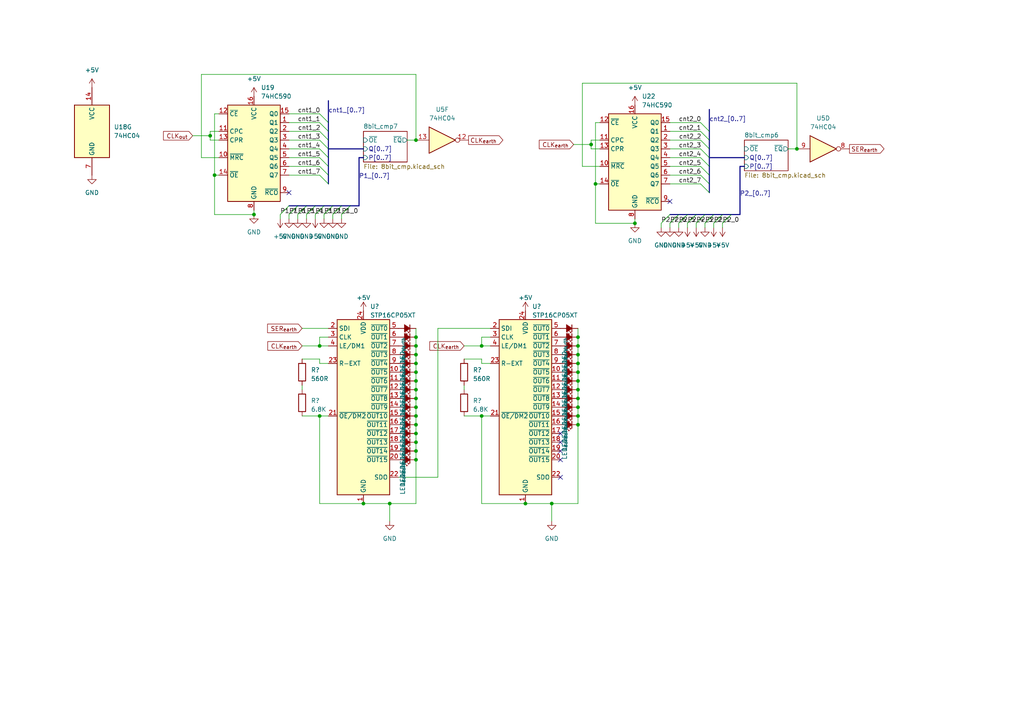
<source format=kicad_sch>
(kicad_sch (version 20230121) (generator eeschema)
  (paper "A4")
  (lib_symbols
    (symbol "74xx:74HC04"
      (property "Reference" "U" (at 0 1.27 0))
      (property "Value" "74HC04" (at 0 -1.27 0))
      (symbol "74HC04_1_0"
        (polyline (pts (xy -3.81 3.81) (xy -3.81 -3.81) (xy 3.81 0) (xy -3.81 3.81)) (stroke (width 0.254)) (fill (type background)))
        (pin input line (at -7.62 0 0) (length 3.81) (name "~") (number "1"))
        (pin output inverted (at 7.62 0 180) (length 3.81) (name "~") (number "2"))
      )
      (symbol "74HC04_2_0"
        (polyline (pts (xy -3.81 3.81) (xy -3.81 -3.81) (xy 3.81 0) (xy -3.81 3.81)) (stroke (width 0.254)) (fill (type background)))
        (pin input line (at -7.62 0 0) (length 3.81) (name "~") (number "3"))
        (pin output inverted (at 7.62 0 180) (length 3.81) (name "~") (number "4"))
      )
      (symbol "74HC04_3_0"
        (polyline (pts (xy -3.81 3.81) (xy -3.81 -3.81) (xy 3.81 0) (xy -3.81 3.81)) (stroke (width 0.254)) (fill (type background)))
        (pin input line (at -7.62 0 0) (length 3.81) (name "~") (number "5"))
        (pin output inverted (at 7.62 0 180) (length 3.81) (name "~") (number "6"))
      )
      (symbol "74HC04_4_0"
        (polyline (pts (xy -3.81 3.81) (xy -3.81 -3.81) (xy 3.81 0) (xy -3.81 3.81)) (stroke (width 0.254)) (fill (type background)))
        (pin output inverted (at 7.62 0 180) (length 3.81) (name "~") (number "8"))
        (pin input line (at -7.62 0 0) (length 3.81) (name "~") (number "9"))
      )
      (symbol "74HC04_5_0"
        (polyline (pts (xy -3.81 3.81) (xy -3.81 -3.81) (xy 3.81 0) (xy -3.81 3.81)) (stroke (width 0.254)) (fill (type background)))
        (pin output inverted (at 7.62 0 180) (length 3.81) (name "~") (number "10"))
        (pin input line (at -7.62 0 0) (length 3.81) (name "~") (number "11"))
      )
      (symbol "74HC04_6_0"
        (polyline (pts (xy -3.81 3.81) (xy -3.81 -3.81) (xy 3.81 0) (xy -3.81 3.81)) (stroke (width 0.254)) (fill (type background)))
        (pin output inverted (at 7.62 0 180) (length 3.81) (name "~") (number "12"))
        (pin input line (at -7.62 0 0) (length 3.81) (name "~") (number "13"))
      )
      (symbol "74HC04_7_0"
        (pin power_in line (at 0 12.7 270) (length 5.08) (name "VCC") (number "14"))
        (pin power_in line (at 0 -12.7 90) (length 5.08) (name "GND") (number "7"))
      )
      (symbol "74HC04_7_1"
        (rectangle (start -5.08 7.62) (end 5.08 -7.62) (stroke (width 0.254)) (fill (type background)))
      )
    )
    (symbol "74xx:74HC590"
      (property "Reference" "U" (at -7.62 16.51 0))
      (property "Value" "74HC590" (at -7.62 -13.97 0))
      (symbol "74HC590_1_0"
        (pin tri_state line (at 10.16 10.16 180) (length 2.54) (name "Q1") (number "1"))
        (pin input line (at -10.16 0 0) (length 2.54) (name "~{MRC}") (number "10"))
        (pin input line (at -10.16 7.62 0) (length 2.54) (name "CPC") (number "11"))
        (pin input line (at -10.16 12.7 0) (length 2.54) (name "~{CE}") (number "12"))
        (pin input line (at -10.16 5.08 0) (length 2.54) (name "CPR") (number "13"))
        (pin input line (at -10.16 -5.08 0) (length 2.54) (name "~{OE}") (number "14"))
        (pin tri_state line (at 10.16 12.7 180) (length 2.54) (name "Q0") (number "15"))
        (pin power_in line (at 0 17.78 270) (length 2.54) (name "VCC") (number "16"))
        (pin tri_state line (at 10.16 7.62 180) (length 2.54) (name "Q2") (number "2"))
        (pin tri_state line (at 10.16 5.08 180) (length 2.54) (name "Q3") (number "3"))
        (pin tri_state line (at 10.16 2.54 180) (length 2.54) (name "Q4") (number "4"))
        (pin tri_state line (at 10.16 0 180) (length 2.54) (name "Q5") (number "5"))
        (pin tri_state line (at 10.16 -2.54 180) (length 2.54) (name "Q6") (number "6"))
        (pin tri_state line (at 10.16 -5.08 180) (length 2.54) (name "Q7") (number "7"))
        (pin power_in line (at 0 -15.24 90) (length 2.54) (name "GND") (number "8"))
        (pin output line (at 10.16 -10.16 180) (length 2.54) (name "~{RCO}") (number "9"))
      )
      (symbol "74HC590_1_1"
        (rectangle (start -7.62 15.24) (end 7.62 -12.7) (stroke (width 0.254)) (fill (type background)))
      )
    )
    (symbol "Device:LED_Small_Filled" (pin_numbers hide) (pin_names (offset 0.254) hide)
      (property "Reference" "D" (at -1.27 3.175 0))
      (property "Value" "LED_Small_Filled" (at -4.445 -2.54 0))
      (symbol "LED_Small_Filled_0_1"
        (polyline (pts (xy -0.762 -1.016) (xy -0.762 1.016)) (stroke (width 0.254)))
        (polyline (pts (xy 1.016 0) (xy -0.762 0)))
        (polyline (pts (xy 0.762 -1.016) (xy -0.762 0) (xy 0.762 1.016) (xy 0.762 -1.016)) (stroke (width 0.254)) (fill (type outline)))
        (polyline (pts (xy 0 0.762) (xy -0.508 1.27) (xy -0.254 1.27) (xy -0.508 1.27) (xy -0.508 1.016)))
        (polyline (pts (xy 0.508 1.27) (xy 0 1.778) (xy 0.254 1.778) (xy 0 1.778) (xy 0 1.524)))
      )
      (symbol "LED_Small_Filled_1_1"
        (pin passive line (at -2.54 0 0) (length 1.778) (name "K") (number "1"))
        (pin passive line (at 2.54 0 180) (length 1.778) (name "A") (number "2"))
      )
    )
    (symbol "Device:R" (pin_numbers hide) (pin_names (offset 0))
      (property "Reference" "R" (at 2.032 0 90))
      (property "Value" "R" (at 0 0 90))
      (symbol "R_0_1"
        (rectangle (start -1.016 -2.54) (end 1.016 2.54) (stroke (width 0.254)))
      )
      (symbol "R_1_1"
        (pin passive line (at 0 3.81 270) (length 1.27) (name "~") (number "1"))
        (pin passive line (at 0 -3.81 90) (length 1.27) (name "~") (number "2"))
      )
    )
    (symbol "Driver_LED:STP16CP05XT"
      (property "Reference" "U" (at -7.62 26.67 0))
      (property "Value" "STP16CP05XT" (at 1.27 26.67 0))
      (symbol "STP16CP05XT_0_1"
        (rectangle (start -7.62 25.4) (end 7.62 -25.4) (stroke (width 0.254)) (fill (type background)))
      )
      (symbol "STP16CP05XT_1_1"
        (pin power_in line (at 0 -27.94 90) (length 2.54) (name "GND") (number "1"))
        (pin output line (at 10.16 10.16 180) (length 2.54) (name "~{OUT5}") (number "10"))
        (pin output line (at 10.16 7.62 180) (length 2.54) (name "~{OUT6}") (number "11"))
        (pin output line (at 10.16 5.08 180) (length 2.54) (name "~{OUT7}") (number "12"))
        (pin output line (at 10.16 2.54 180) (length 2.54) (name "~{OUT8}") (number "13"))
        (pin output line (at 10.16 0 180) (length 2.54) (name "~{OUT9}") (number "14"))
        (pin output line (at 10.16 -2.54 180) (length 2.54) (name "~{OUT10}") (number "15"))
        (pin output line (at 10.16 -5.08 180) (length 2.54) (name "~{OUT11}") (number "16"))
        (pin output line (at 10.16 -7.62 180) (length 2.54) (name "~{OUT12}") (number "17"))
        (pin output line (at 10.16 -10.16 180) (length 2.54) (name "~{OUT13}") (number "18"))
        (pin output line (at 10.16 -12.7 180) (length 2.54) (name "~{OUT14}") (number "19"))
        (pin input line (at -10.16 22.86 0) (length 2.54) (name "SDI") (number "2"))
        (pin output line (at 10.16 -15.24 180) (length 2.54) (name "~{OUT15}") (number "20"))
        (pin input line (at -10.16 -2.54 0) (length 2.54) (name "~{OE/DM2}") (number "21"))
        (pin output line (at 10.16 -20.32 180) (length 2.54) (name "SDO") (number "22"))
        (pin passive line (at -10.16 12.7 0) (length 2.54) (name "R-EXT") (number "23"))
        (pin power_in line (at 0 27.94 270) (length 2.54) (name "VDD") (number "24"))
        (pin passive line (at 0 -27.94 90) (length 2.54) hide (name "GND") (number "25"))
        (pin input line (at -10.16 20.32 0) (length 2.54) (name "CLK") (number "3"))
        (pin input line (at -10.16 17.78 0) (length 2.54) (name "LE/DM1") (number "4"))
        (pin output line (at 10.16 22.86 180) (length 2.54) (name "~{OUT0}") (number "5"))
        (pin output line (at 10.16 20.32 180) (length 2.54) (name "~{OUT1}") (number "6"))
        (pin output line (at 10.16 17.78 180) (length 2.54) (name "~{OUT2}") (number "7"))
        (pin output line (at 10.16 15.24 180) (length 2.54) (name "~{OUT3}") (number "8"))
        (pin output line (at 10.16 12.7 180) (length 2.54) (name "~{OUT4}") (number "9"))
      )
    )
    (symbol "power:+5V" (power) (pin_names (offset 0))
      (property "Value" "+5V" (at 0 3.556 0))
      (symbol "+5V_0_1"
        (polyline (pts (xy -0.762 1.27) (xy 0 2.54)))
        (polyline (pts (xy 0 0) (xy 0 2.54)))
        (polyline (pts (xy 0 2.54) (xy 0.762 1.27)))
      )
      (symbol "+5V_1_1"
        (pin power_in line (at 0 0 90) (length 0) hide (name "+5V") (number "1"))
      )
    )
    (symbol "power:GND" (power) (pin_names (offset 0))
      (property "Value" "GND" (at 0 -3.81 0))
      (symbol "GND_0_1"
        (polyline (pts (xy 0 0) (xy 0 -1.27) (xy 1.27 -1.27) (xy 0 -2.54) (xy -1.27 -1.27) (xy 0 -1.27)))
      )
      (symbol "GND_1_1"
        (pin power_in line (at 0 0 270) (length 0) hide (name "GND") (number "1"))
      )
    )
  )
  (junction (at 120.65 118.11))
  (junction (at 167.64 97.79))
  (junction (at 105.41 146.05))
  (junction (at 120.65 128.27))
  (junction (at 120.65 40.64))
  (junction (at 120.65 97.79))
  (junction (at 152.4 146.05))
  (junction (at 120.65 100.33))
  (junction (at 120.65 102.87))
  (junction (at 60.96 39.37))
  (junction (at 120.65 125.73))
  (junction (at 139.7 100.33))
  (junction (at 167.64 100.33))
  (junction (at 167.64 123.19))
  (junction (at 172.72 53.34))
  (junction (at 167.64 113.03))
  (junction (at 120.65 105.41))
  (junction (at 120.65 115.57))
  (junction (at 167.64 120.65))
  (junction (at 120.65 120.65))
  (junction (at 167.64 115.57))
  (junction (at 167.64 102.87))
  (junction (at 120.65 113.03))
  (junction (at 120.65 133.35))
  (junction (at 120.65 130.81))
  (junction (at 120.65 107.95))
  (junction (at 167.64 107.95))
  (junction (at 231.14 43.18))
  (junction (at 167.64 110.49))
  (junction (at 167.64 118.11))
  (junction (at 92.71 100.33))
  (junction (at 167.64 105.41))
  (junction (at 62.23 50.8))
  (junction (at 139.7 120.65))
  (junction (at 92.71 120.65))
  (junction (at 171.45 41.91))
  (junction (at 120.65 110.49))
  (junction (at 120.65 123.19))
  (junction (at 160.02 146.05))
  (junction (at 184.15 64.77))
  (junction (at 73.66 62.23))
  (junction (at 113.03 146.05))
  (no_connect (at 83.82 55.88))
  (no_connect (at 162.56 138.43))
  (no_connect (at 162.56 125.73))
  (no_connect (at 162.56 128.27))
  (no_connect (at 162.56 130.81))
  (no_connect (at 162.56 133.35))
  (no_connect (at 194.31 58.42))
  (bus_entry (at 199.39 62.23) (size -2.54 2.54))
  (bus_entry (at 204.47 62.23) (size -2.54 2.54))
  (bus_entry (at 203.2 45.72) (size 2.54 2.54))
  (bus_entry (at 96.52 59.69) (size -2.54 2.54))
  (bus_entry (at 201.93 62.23) (size -2.54 2.54))
  (bus_entry (at 92.71 35.56) (size 2.54 2.54))
  (bus_entry (at 93.98 59.69) (size -2.54 2.54))
  (bus_entry (at 209.55 62.23) (size -2.54 2.54))
  (bus_entry (at 203.2 35.56) (size 2.54 2.54))
  (bus_entry (at 91.44 59.69) (size -2.54 2.54))
  (bus_entry (at 92.71 40.64) (size 2.54 2.54))
  (bus_entry (at 92.71 43.18) (size 2.54 2.54))
  (bus_entry (at 99.06 59.69) (size -2.54 2.54))
  (bus_entry (at 101.6 59.69) (size -2.54 2.54))
  (bus_entry (at 194.31 62.23) (size -2.54 2.54))
  (bus_entry (at 86.36 59.69) (size -2.54 2.54))
  (bus_entry (at 203.2 53.34) (size 2.54 2.54))
  (bus_entry (at 207.01 62.23) (size -2.54 2.54))
  (bus_entry (at 92.71 50.8) (size 2.54 2.54))
  (bus_entry (at 88.9 59.69) (size -2.54 2.54))
  (bus_entry (at 92.71 33.02) (size 2.54 2.54))
  (bus_entry (at 196.85 62.23) (size -2.54 2.54))
  (bus_entry (at 83.82 59.69) (size -2.54 2.54))
  (bus_entry (at 203.2 40.64) (size 2.54 2.54))
  (bus_entry (at 92.71 38.1) (size 2.54 2.54))
  (bus_entry (at 92.71 48.26) (size 2.54 2.54))
  (bus_entry (at 203.2 48.26) (size 2.54 2.54))
  (bus_entry (at 212.09 62.23) (size -2.54 2.54))
  (bus_entry (at 203.2 43.18) (size 2.54 2.54))
  (bus_entry (at 203.2 38.1) (size 2.54 2.54))
  (bus_entry (at 92.71 45.72) (size 2.54 2.54))
  (bus_entry (at 203.2 50.8) (size 2.54 2.54))
  (wire (pts (xy 113.03 151.13) (xy 113.03 146.05)))
  (wire (pts (xy 83.82 40.64) (xy 92.71 40.64)))
  (wire (pts (xy 83.82 35.56) (xy 92.71 35.56)))
  (wire (pts (xy 92.71 105.41) (xy 95.25 105.41)))
  (wire (pts (xy 83.82 62.23) (xy 83.82 63.5)))
  (wire (pts (xy 231.14 24.13) (xy 168.91 24.13)))
  (wire (pts (xy 60.96 39.37) (xy 60.96 38.1)))
  (wire (pts (xy 139.7 100.33) (xy 142.24 100.33)))
  (wire (pts (xy 171.45 43.18) (xy 171.45 41.91)))
  (wire (pts (xy 194.31 35.56) (xy 203.2 35.56)))
  (wire (pts (xy 120.65 118.11) (xy 120.65 120.65)))
  (wire (pts (xy 62.23 62.23) (xy 62.23 50.8)))
  (wire (pts (xy 166.37 41.91) (xy 171.45 41.91)))
  (wire (pts (xy 152.4 146.05) (xy 139.7 146.05)))
  (wire (pts (xy 105.41 146.05) (xy 92.71 146.05)))
  (wire (pts (xy 99.06 62.23) (xy 99.06 63.5)))
  (wire (pts (xy 81.28 62.23) (xy 81.28 63.5)))
  (wire (pts (xy 167.64 115.57) (xy 167.64 118.11)))
  (wire (pts (xy 171.45 41.91) (xy 171.45 40.64)))
  (wire (pts (xy 184.15 63.5) (xy 184.15 64.77)))
  (wire (pts (xy 168.91 48.26) (xy 173.99 48.26)))
  (wire (pts (xy 207.01 64.77) (xy 207.01 66.04)))
  (bus (pts (xy 205.74 43.18) (xy 205.74 45.72)))
  (wire (pts (xy 194.31 38.1) (xy 203.2 38.1)))
  (wire (pts (xy 62.23 33.02) (xy 63.5 33.02)))
  (wire (pts (xy 167.64 107.95) (xy 167.64 110.49)))
  (bus (pts (xy 194.31 62.23) (xy 196.85 62.23)))
  (bus (pts (xy 214.63 62.23) (xy 214.63 48.26)))
  (wire (pts (xy 160.02 151.13) (xy 160.02 146.05)))
  (bus (pts (xy 209.55 62.23) (xy 212.09 62.23)))
  (bus (pts (xy 83.82 59.69) (xy 86.36 59.69)))
  (wire (pts (xy 134.62 104.14) (xy 139.7 104.14)))
  (wire (pts (xy 62.23 50.8) (xy 62.23 33.02)))
  (wire (pts (xy 194.31 48.26) (xy 203.2 48.26)))
  (wire (pts (xy 194.31 53.34) (xy 203.2 53.34)))
  (bus (pts (xy 93.98 59.69) (xy 96.52 59.69)))
  (wire (pts (xy 201.93 64.77) (xy 201.93 66.04)))
  (wire (pts (xy 167.64 123.19) (xy 167.64 146.05)))
  (wire (pts (xy 120.65 123.19) (xy 120.65 125.73)))
  (bus (pts (xy 205.74 40.64) (xy 205.74 43.18)))
  (wire (pts (xy 115.57 138.43) (xy 127 138.43)))
  (bus (pts (xy 95.25 45.72) (xy 95.25 48.26)))
  (bus (pts (xy 95.25 40.64) (xy 95.25 43.18)))
  (wire (pts (xy 62.23 50.8) (xy 63.5 50.8)))
  (wire (pts (xy 73.66 62.23) (xy 62.23 62.23)))
  (wire (pts (xy 196.85 64.77) (xy 196.85 66.04)))
  (bus (pts (xy 196.85 62.23) (xy 199.39 62.23)))
  (bus (pts (xy 201.93 62.23) (xy 204.47 62.23)))
  (wire (pts (xy 172.72 53.34) (xy 172.72 35.56)))
  (wire (pts (xy 231.14 43.18) (xy 231.14 24.13)))
  (bus (pts (xy 95.25 35.56) (xy 95.25 38.1)))
  (wire (pts (xy 92.71 146.05) (xy 92.71 120.65)))
  (wire (pts (xy 92.71 97.79) (xy 95.25 97.79)))
  (wire (pts (xy 87.63 95.25) (xy 95.25 95.25)))
  (wire (pts (xy 134.62 120.65) (xy 139.7 120.65)))
  (bus (pts (xy 205.74 45.72) (xy 215.9 45.72)))
  (wire (pts (xy 167.64 95.25) (xy 167.64 97.79)))
  (wire (pts (xy 120.65 115.57) (xy 120.65 118.11)))
  (wire (pts (xy 172.72 53.34) (xy 173.99 53.34)))
  (wire (pts (xy 167.64 102.87) (xy 167.64 105.41)))
  (wire (pts (xy 113.03 146.05) (xy 120.65 146.05)))
  (wire (pts (xy 139.7 105.41) (xy 142.24 105.41)))
  (wire (pts (xy 58.42 21.59) (xy 58.42 45.72)))
  (wire (pts (xy 83.82 43.18) (xy 92.71 43.18)))
  (bus (pts (xy 205.74 45.72) (xy 205.74 48.26)))
  (wire (pts (xy 120.65 128.27) (xy 120.65 130.81)))
  (wire (pts (xy 118.11 40.64) (xy 120.65 40.64)))
  (wire (pts (xy 120.65 40.64) (xy 120.65 21.59)))
  (wire (pts (xy 167.64 120.65) (xy 167.64 123.19)))
  (bus (pts (xy 212.09 62.23) (xy 214.63 62.23)))
  (wire (pts (xy 93.98 62.23) (xy 93.98 63.5)))
  (wire (pts (xy 168.91 24.13) (xy 168.91 48.26)))
  (wire (pts (xy 87.63 100.33) (xy 92.71 100.33)))
  (wire (pts (xy 167.64 97.79) (xy 167.64 100.33)))
  (wire (pts (xy 120.65 133.35) (xy 120.65 146.05)))
  (bus (pts (xy 205.74 31.75) (xy 205.74 38.1)))
  (wire (pts (xy 120.65 95.25) (xy 120.65 97.79)))
  (wire (pts (xy 134.62 100.33) (xy 139.7 100.33)))
  (bus (pts (xy 205.74 48.26) (xy 205.74 50.8)))
  (wire (pts (xy 87.63 104.14) (xy 92.71 104.14)))
  (bus (pts (xy 104.14 59.69) (xy 104.14 45.72)))
  (bus (pts (xy 207.01 62.23) (xy 209.55 62.23)))
  (wire (pts (xy 194.31 43.18) (xy 203.2 43.18)))
  (wire (pts (xy 120.65 97.79) (xy 120.65 100.33)))
  (wire (pts (xy 134.62 111.76) (xy 134.62 113.03)))
  (bus (pts (xy 204.47 62.23) (xy 207.01 62.23)))
  (wire (pts (xy 92.71 100.33) (xy 92.71 97.79)))
  (wire (pts (xy 92.71 100.33) (xy 95.25 100.33)))
  (wire (pts (xy 120.65 110.49) (xy 120.65 113.03)))
  (wire (pts (xy 160.02 146.05) (xy 152.4 146.05)))
  (wire (pts (xy 209.55 64.77) (xy 209.55 66.04)))
  (wire (pts (xy 120.65 113.03) (xy 120.65 115.57)))
  (wire (pts (xy 120.65 130.81) (xy 120.65 133.35)))
  (wire (pts (xy 92.71 104.14) (xy 92.71 105.41)))
  (wire (pts (xy 184.15 64.77) (xy 172.72 64.77)))
  (wire (pts (xy 139.7 120.65) (xy 142.24 120.65)))
  (bus (pts (xy 205.74 50.8) (xy 205.74 53.34)))
  (bus (pts (xy 95.25 38.1) (xy 95.25 40.64)))
  (wire (pts (xy 167.64 118.11) (xy 167.64 120.65)))
  (wire (pts (xy 91.44 62.23) (xy 91.44 63.5)))
  (wire (pts (xy 96.52 62.23) (xy 96.52 63.5)))
  (wire (pts (xy 60.96 38.1) (xy 63.5 38.1)))
  (wire (pts (xy 171.45 40.64) (xy 173.99 40.64)))
  (wire (pts (xy 173.99 43.18) (xy 171.45 43.18)))
  (wire (pts (xy 172.72 64.77) (xy 172.72 53.34)))
  (wire (pts (xy 83.82 48.26) (xy 92.71 48.26)))
  (wire (pts (xy 113.03 146.05) (xy 105.41 146.05)))
  (wire (pts (xy 58.42 45.72) (xy 63.5 45.72)))
  (wire (pts (xy 120.65 120.65) (xy 120.65 123.19)))
  (wire (pts (xy 83.82 45.72) (xy 92.71 45.72)))
  (wire (pts (xy 167.64 105.41) (xy 167.64 107.95)))
  (wire (pts (xy 228.6 43.18) (xy 231.14 43.18)))
  (bus (pts (xy 205.74 53.34) (xy 205.74 55.88)))
  (wire (pts (xy 139.7 104.14) (xy 139.7 105.41)))
  (wire (pts (xy 120.65 125.73) (xy 120.65 128.27)))
  (wire (pts (xy 87.63 111.76) (xy 87.63 113.03)))
  (wire (pts (xy 83.82 38.1) (xy 92.71 38.1)))
  (bus (pts (xy 91.44 59.69) (xy 93.98 59.69)))
  (bus (pts (xy 214.63 48.26) (xy 215.9 48.26)))
  (bus (pts (xy 101.6 59.69) (xy 104.14 59.69)))
  (wire (pts (xy 63.5 40.64) (xy 60.96 40.64)))
  (wire (pts (xy 167.64 113.03) (xy 167.64 115.57)))
  (wire (pts (xy 120.65 100.33) (xy 120.65 102.87)))
  (wire (pts (xy 194.31 64.77) (xy 194.31 66.04)))
  (wire (pts (xy 139.7 146.05) (xy 139.7 120.65)))
  (bus (pts (xy 88.9 59.69) (xy 91.44 59.69)))
  (bus (pts (xy 95.25 29.21) (xy 95.25 35.56)))
  (bus (pts (xy 86.36 59.69) (xy 88.9 59.69)))
  (wire (pts (xy 139.7 97.79) (xy 142.24 97.79)))
  (bus (pts (xy 95.25 43.18) (xy 105.41 43.18)))
  (wire (pts (xy 83.82 50.8) (xy 92.71 50.8)))
  (wire (pts (xy 87.63 120.65) (xy 92.71 120.65)))
  (wire (pts (xy 194.31 50.8) (xy 203.2 50.8)))
  (wire (pts (xy 120.65 102.87) (xy 120.65 105.41)))
  (wire (pts (xy 160.02 146.05) (xy 167.64 146.05)))
  (bus (pts (xy 95.25 50.8) (xy 95.25 53.34)))
  (wire (pts (xy 60.96 40.64) (xy 60.96 39.37)))
  (wire (pts (xy 127 95.25) (xy 142.24 95.25)))
  (wire (pts (xy 194.31 45.72) (xy 203.2 45.72)))
  (wire (pts (xy 191.77 64.77) (xy 191.77 66.04)))
  (wire (pts (xy 167.64 110.49) (xy 167.64 113.03)))
  (bus (pts (xy 95.25 48.26) (xy 95.25 50.8)))
  (bus (pts (xy 199.39 62.23) (xy 201.93 62.23)))
  (wire (pts (xy 139.7 100.33) (xy 139.7 97.79)))
  (wire (pts (xy 127 138.43) (xy 127 95.25)))
  (bus (pts (xy 104.14 45.72) (xy 105.41 45.72)))
  (bus (pts (xy 99.06 59.69) (xy 101.6 59.69)))
  (bus (pts (xy 96.52 59.69) (xy 99.06 59.69)))
  (wire (pts (xy 204.47 64.77) (xy 204.47 66.04)))
  (bus (pts (xy 95.25 43.18) (xy 95.25 45.72)))
  (bus (pts (xy 205.74 38.1) (xy 205.74 40.64)))
  (wire (pts (xy 172.72 35.56) (xy 173.99 35.56)))
  (wire (pts (xy 120.65 105.41) (xy 120.65 107.95)))
  (wire (pts (xy 194.31 40.64) (xy 203.2 40.64)))
  (wire (pts (xy 167.64 100.33) (xy 167.64 102.87)))
  (wire (pts (xy 120.65 107.95) (xy 120.65 110.49)))
  (wire (pts (xy 83.82 33.02) (xy 92.71 33.02)))
  (wire (pts (xy 120.65 21.59) (xy 58.42 21.59)))
  (wire (pts (xy 199.39 64.77) (xy 199.39 66.04)))
  (wire (pts (xy 73.66 60.96) (xy 73.66 62.23)))
  (wire (pts (xy 55.88 39.37) (xy 60.96 39.37)))
  (wire (pts (xy 88.9 62.23) (xy 88.9 63.5)))
  (wire (pts (xy 92.71 120.65) (xy 95.25 120.65)))
  (wire (pts (xy 86.36 62.23) (xy 86.36 63.5)))
  (label "P1_[0..7]" (at 104.14 52.07 0))
  (label "cnt1_3" (at 86.36 40.64 0))
  (label "cnt2_4" (at 196.85 45.72 0))
  (label "cnt1_5" (at 86.36 45.72 0))
  (label "cnt1_[0..7]" (at 95.25 33.02 0))
  (label "P2_0" (at 209.55 64.77 0))
  (label "cnt2_6" (at 196.85 50.8 0))
  (label "P1_7" (at 81.28 62.23 0))
  (label "cnt1_0" (at 86.36 33.02 0))
  (label "P1_0" (at 99.06 62.23 0))
  (label "cnt1_7" (at 86.36 50.8 0))
  (label "cnt1_4" (at 86.36 43.18 0))
  (label "P2_4" (at 199.39 64.77 0))
  (label "P1_4" (at 88.9 62.23 0))
  (label "P1_2" (at 93.98 62.23 0))
  (label "P2_1" (at 207.01 64.77 0))
  (label "cnt2_5" (at 196.85 48.26 0))
  (label "cnt1_2" (at 86.4114 38.1 0))
  (label "cnt2_0" (at 196.85 35.56 0))
  (label "cnt2_7" (at 196.85 53.34 0))
  (label "P1_1" (at 96.52 62.23 0))
  (label "P2_3" (at 201.93 64.77 0))
  (label "cnt2_2" (at 196.9014 40.64 0))
  (label "P1_5" (at 86.36 62.23 0))
  (label "P1_3" (at 91.44 62.23 0))
  (label "P1_6" (at 83.82 62.23 0))
  (label "cnt2_3" (at 196.85 43.18 0))
  (label "cnt2_[0..7]" (at 205.74 35.56 0))
  (label "P2_5" (at 196.85 64.77 0))
  (label "cnt1_6" (at 86.36 48.26 0))
  (label "P2_2" (at 204.47 64.77 0))
  (label "cnt1_1" (at 86.36 35.56 0))
  (label "P2_6" (at 194.31 64.77 0))
  (label "P2_7" (at 191.77 64.77 0))
  (label "P2_[0..7]" (at 214.63 57.15 0))
  (label "cnt2_1" (at 196.85 38.1 0))
  (global_label "CLK_{earth}" (shape input) (at 134.62 100.33 180) (property "Intersheetrefs" "${INTERSHEET_REFS}" (effects hide)))
  (global_label "CLK_{earth}" (shape input) (at 166.37 41.91 180) (property "Intersheetrefs" "${INTERSHEET_REFS}" (effects hide)))
  (global_label "CLK_{earth}" (shape output) (at 135.89 40.64 0) (property "Intersheetrefs" "${INTERSHEET_REFS}" (effects hide)))
  (global_label "CLK_{earth}" (shape input) (at 87.63 100.33 180) (property "Intersheetrefs" "${INTERSHEET_REFS}" (effects hide)))
  (global_label "CLK_{out}" (shape input) (at 55.88 39.37 180) (property "Intersheetrefs" "${INTERSHEET_REFS}" (effects hide)))
  (global_label "SER_{earth}" (shape output) (at 246.38 43.18 0) (property "Intersheetrefs" "${INTERSHEET_REFS}" (effects hide)))
  (global_label "SER_{earth}" (shape input) (at 87.63 95.25 180) (property "Intersheetrefs" "${INTERSHEET_REFS}" (effects hide)))
  (symbol (lib_id "power:+5V") (at 207.01 66.04 180) (unit 1)
    (property "Reference" "#PWR086" (effects hide))
    (property "Value" "+5V" (at 207.01 71.12 0))
  )
  (symbol (lib_id "power:+5V") (at 152.4 90.17 0) (unit 1)
    (property "Reference" "#PWR?" (effects hide))
    (property "Value" "+5V" (at 152.4 86.36 0))
    (instances (project "orrery_circuit" (path "" (reference "#PWR?") (unit 1)) (path "" (reference "#PWR076") (unit 1))))
  )
  (symbol (lib_id "Device:LED_Small_Filled") (at 118.11 125.73 180) (unit 1)
    (property "Reference" "D?" (effects hide))
    (property "Value" "LED_{earth}" (at 116.7766 128.27 90) (effects (justify left)))
    (property "Footprint" "LED_SMD:LED_0402_1005Metric_Pad0.77x0.64mm_HandSolder" (effects hide))
    (instances (project "orrery_circuit" (path "" (reference "D?") (unit 1)) (path "" (reference "D53") (unit 1))))
  )
  (symbol (lib_id "Device:LED_Small_Filled") (at 165.1 97.79 180) (unit 1)
    (property "Reference" "D?" (effects hide))
    (property "Value" "LED_{earth}" (at 163.7666 100.33 90) (effects (justify left)))
    (property "Footprint" "LED_SMD:LED_0402_1005Metric_Pad0.77x0.64mm_HandSolder" (effects hide))
    (instances (project "orrery_circuit" (path "" (reference "D?") (unit 1)) (path "" (reference "D58") (unit 1))))
  )
  (symbol (lib_id "power:GND") (at 113.03 151.13 0) (unit 1)
    (property "Reference" "#PWR?" (effects hide))
    (property "Value" "GND" (at 113.03 156.21 0))
    (instances (project "orrery_circuit" (path "" (reference "#PWR?") (unit 1)) (path "" (reference "#PWR075") (unit 1))))
  )
  (symbol (lib_id "power:+5V") (at 105.41 90.17 0) (unit 1)
    (property "Reference" "#PWR?" (effects hide))
    (property "Value" "+5V" (at 105.41 86.36 0))
    (instances (project "orrery_circuit" (path "" (reference "#PWR?") (unit 1)) (path "" (reference "#PWR074") (unit 1))))
  )
  (symbol (lib_id "74xx:74HC04") (at 238.76 43.18 0) (unit 4)
    (property "Reference" "U5" (at 238.76 34.29 0))
    (property "Value" "74HC04" (at 238.76 36.83 0))
    (property "Footprint" "Package_SO:SO-14_5.3x10.2mm_P1.27mm" (effects hide))
    (property "Datasheet" "https://assets.nexperia.com/documents/data-sheet/74HC_HCT04.pdf" (effects hide))
  )
  (symbol (lib_id "Device:LED_Small_Filled") (at 118.11 123.19 180) (unit 1)
    (property "Reference" "D?" (effects hide))
    (property "Value" "LED_{earth}" (at 116.7766 125.73 90) (effects (justify left)))
    (property "Footprint" "LED_SMD:LED_0402_1005Metric_Pad0.77x0.64mm_HandSolder" (effects hide))
    (instances (project "orrery_circuit" (path "" (reference "D?") (unit 1)) (path "" (reference "D52") (unit 1))))
  )
  (symbol (lib_id "power:+5V") (at 209.55 66.04 180) (unit 1)
    (property "Reference" "#PWR087" (effects hide))
    (property "Value" "+5V" (at 209.55 71.12 0))
  )
  (symbol (lib_id "power:GND") (at 73.66 62.23 0) (unit 1)
    (property "Reference" "#PWR065" (effects hide))
    (property "Value" "GND" (at 73.66 67.31 0))
  )
  (symbol (lib_id "Device:LED_Small_Filled") (at 165.1 115.57 180) (unit 1)
    (property "Reference" "D?" (effects hide))
    (property "Value" "LED_{earth}" (at 163.7666 118.11 90) (effects (justify left)))
    (property "Footprint" "LED_SMD:LED_0402_1005Metric_Pad0.77x0.64mm_HandSolder" (effects hide))
    (instances (project "orrery_circuit" (path "" (reference "D?") (unit 1)) (path "" (reference "D65") (unit 1))))
  )
  (symbol (lib_id "Device:LED_Small_Filled") (at 118.11 102.87 180) (unit 1)
    (property "Reference" "D?" (effects hide))
    (property "Value" "LED_{earth}" (at 116.7766 105.41 90) (effects (justify left)))
    (property "Footprint" "LED_SMD:LED_0402_1005Metric_Pad0.77x0.64mm_HandSolder" (effects hide))
    (instances (project "orrery_circuit" (path "" (reference "D?") (unit 1)) (path "" (reference "D44") (unit 1))))
  )
  (symbol (lib_id "power:GND") (at 184.15 64.77 0) (unit 1)
    (property "Reference" "#PWR079" (effects hide))
    (property "Value" "GND" (at 184.15 69.85 0))
  )
  (symbol (lib_id "power:GND") (at 88.9 63.5 0) (unit 1)
    (property "Reference" "#PWR069" (effects hide))
    (property "Value" "GND" (at 88.9 68.58 0))
  )
  (symbol (lib_id "Driver_LED:STP16CP05XT") (at 152.4 118.11 0) (unit 1)
    (property "Reference" "U?" (at 154.3559 88.9 0) (effects (justify left)))
    (property "Value" "STP16CP05XT" (at 154.3559 91.44 0) (effects (justify left)))
    (property "Footprint" "Package_SO:HTSSOP-24-1EP_4.4x7.8mm_P0.65mm_EP3.2x5mm" (effects hide))
    (property "Datasheet" "https://www.st.com/resource/en/datasheet/stp16cp05.pdf" (effects hide))
    (instances (project "orrery_circuit" (path "" (reference "U?") (unit 1)) (path "" (reference "U21") (unit 1))))
  )
  (symbol (lib_id "power:GND") (at 96.52 63.5 0) (unit 1)
    (property "Reference" "#PWR072" (effects hide))
    (property "Value" "GND" (at 96.52 68.58 0))
  )
  (symbol (lib_id "Device:LED_Small_Filled") (at 165.1 100.33 180) (unit 1)
    (property "Reference" "D?" (effects hide))
    (property "Value" "LED_{earth}" (at 163.7666 102.87 90) (effects (justify left)))
    (property "Footprint" "LED_SMD:LED_0402_1005Metric_Pad0.77x0.64mm_HandSolder" (effects hide))
    (instances (project "orrery_circuit" (path "" (reference "D?") (unit 1)) (path "" (reference "D59") (unit 1))))
  )
  (symbol (lib_id "Device:R") (at 134.62 116.84 0) (unit 1)
    (property "Reference" "R?" (at 137.16 116.205 0) (effects (justify left)))
    (property "Value" "6.8K" (at 137.16 118.745 0) (effects (justify left)))
    (property "Footprint" "Resistor_SMD:R_0603_1608Metric_Pad0.98x0.95mm_HandSolder" (effects hide))
    (instances (project "orrery_circuit" (path "" (reference "R?") (unit 1)) (path "" (reference "R14") (unit 1))))
  )
  (symbol (lib_id "Device:LED_Small_Filled") (at 118.11 113.03 180) (unit 1)
    (property "Reference" "D?" (effects hide))
    (property "Value" "LED_{earth}" (at 116.7766 115.57 90) (effects (justify left)))
    (property "Footprint" "LED_SMD:LED_0402_1005Metric_Pad0.77x0.64mm_HandSolder" (effects hide))
    (instances (project "orrery_circuit" (path "" (reference "D?") (unit 1)) (path "" (reference "D48") (unit 1))))
  )
  (symbol (lib_id "Device:LED_Small_Filled") (at 165.1 113.03 180) (unit 1)
    (property "Reference" "D?" (effects hide))
    (property "Value" "LED_{earth}" (at 163.7666 115.57 90) (effects (justify left)))
    (property "Footprint" "LED_SMD:LED_0402_1005Metric_Pad0.77x0.64mm_HandSolder" (effects hide))
    (instances (project "orrery_circuit" (path "" (reference "D?") (unit 1)) (path "" (reference "D64") (unit 1))))
  )
  (symbol (lib_id "power:+5V") (at 199.39 66.04 180) (unit 1)
    (property "Reference" "#PWR083" (effects hide))
    (property "Value" "+5V" (at 199.39 71.12 0))
  )
  (symbol (lib_id "Device:LED_Small_Filled") (at 118.11 110.49 180) (unit 1)
    (property "Reference" "D?" (effects hide))
    (property "Value" "LED_{earth}" (at 116.7766 113.03 90) (effects (justify left)))
    (property "Footprint" "LED_SMD:LED_0402_1005Metric_Pad0.77x0.64mm_HandSolder" (effects hide))
    (instances (project "orrery_circuit" (path "" (reference "D?") (unit 1)) (path "" (reference "D47") (unit 1))))
  )
  (symbol (lib_id "power:+5V") (at 91.44 63.5 180) (unit 1)
    (property "Reference" "#PWR070" (effects hide))
    (property "Value" "+5V" (at 91.44 68.58 0))
  )
  (symbol (lib_id "Device:LED_Small_Filled") (at 118.11 105.41 180) (unit 1)
    (property "Reference" "D?" (effects hide))
    (property "Value" "LED_{earth}" (at 116.7766 107.95 90) (effects (justify left)))
    (property "Footprint" "LED_SMD:LED_0402_1005Metric_Pad0.77x0.64mm_HandSolder" (effects hide))
    (instances (project "orrery_circuit" (path "" (reference "D?") (unit 1)) (path "" (reference "D45") (unit 1))))
  )
  (symbol (lib_id "power:GND") (at 191.77 66.04 0) (unit 1)
    (property "Reference" "#PWR080" (effects hide))
    (property "Value" "GND" (at 191.77 71.12 0))
  )
  (symbol (lib_id "power:+5V") (at 81.28 63.5 180) (unit 1)
    (property "Reference" "#PWR066" (effects hide))
    (property "Value" "+5V" (at 81.28 68.58 0))
  )
  (symbol (lib_id "Device:LED_Small_Filled") (at 165.1 107.95 180) (unit 1)
    (property "Reference" "D?" (effects hide))
    (property "Value" "LED_{earth}" (at 163.7666 110.49 90) (effects (justify left)))
    (property "Footprint" "LED_SMD:LED_0402_1005Metric_Pad0.77x0.64mm_HandSolder" (effects hide))
    (instances (project "orrery_circuit" (path "" (reference "D?") (unit 1)) (path "" (reference "D62") (unit 1))))
  )
  (symbol (lib_id "power:GND") (at 196.85 66.04 0) (unit 1)
    (property "Reference" "#PWR082" (effects hide))
    (property "Value" "GND" (at 196.85 71.12 0))
  )
  (symbol (lib_id "Device:LED_Small_Filled") (at 165.1 123.19 180) (unit 1)
    (property "Reference" "D?" (effects hide))
    (property "Value" "LED_{earth}" (at 163.7666 125.73 90) (effects (justify left)))
    (property "Footprint" "LED_SMD:LED_0402_1005Metric_Pad0.77x0.64mm_HandSolder" (effects hide))
    (instances (project "orrery_circuit" (path "" (reference "D?") (unit 1)) (path "" (reference "D68") (unit 1))))
  )
  (symbol (lib_id "power:GND") (at 194.31 66.04 0) (unit 1)
    (property "Reference" "#PWR081" (effects hide))
    (property "Value" "GND" (at 194.31 71.12 0))
  )
  (symbol (lib_id "power:GND") (at 86.36 63.5 0) (unit 1)
    (property "Reference" "#PWR068" (effects hide))
    (property "Value" "GND" (at 86.36 68.58 0))
  )
  (symbol (lib_id "power:GND") (at 83.82 63.5 0) (unit 1)
    (property "Reference" "#PWR067" (effects hide))
    (property "Value" "GND" (at 83.82 68.58 0))
  )
  (symbol (lib_id "Device:R") (at 134.62 107.95 0) (unit 1)
    (property "Reference" "R?" (at 137.16 107.315 0) (effects (justify left)))
    (property "Value" "560R" (at 137.16 109.855 0) (effects (justify left)))
    (property "Footprint" "Resistor_SMD:R_0603_1608Metric_Pad0.98x0.95mm_HandSolder" (effects hide))
    (instances (project "orrery_circuit" (path "" (reference "R?") (unit 1)) (path "" (reference "R13") (unit 1))))
  )
  (symbol (lib_id "power:GND") (at 99.06 63.5 0) (unit 1)
    (property "Reference" "#PWR073" (effects hide))
    (property "Value" "GND" (at 99.06 68.58 0))
  )
  (symbol (lib_id "Device:LED_Small_Filled") (at 165.1 105.41 180) (unit 1)
    (property "Reference" "D?" (effects hide))
    (property "Value" "LED_{earth}" (at 163.7666 107.95 90) (effects (justify left)))
    (property "Footprint" "LED_SMD:LED_0402_1005Metric_Pad0.77x0.64mm_HandSolder" (effects hide))
    (instances (project "orrery_circuit" (path "" (reference "D?") (unit 1)) (path "" (reference "D61") (unit 1))))
  )
  (symbol (lib_id "Device:LED_Small_Filled") (at 118.11 97.79 180) (unit 1)
    (property "Reference" "D?" (effects hide))
    (property "Value" "LED_{earth}" (at 116.7766 100.33 90) (effects (justify left)))
    (property "Footprint" "LED_SMD:LED_0402_1005Metric_Pad0.77x0.64mm_HandSolder" (effects hide))
    (instances (project "orrery_circuit" (path "" (reference "D?") (unit 1)) (path "" (reference "D42") (unit 1))))
  )
  (symbol (lib_id "74xx:74HC590") (at 73.66 45.72 0) (unit 1)
    (property "Reference" "U19" (at 75.6794 25.4 0) (effects (justify left)))
    (property "Value" "74HC590" (at 75.6794 27.94 0) (effects (justify left)))
    (property "Footprint" "Package_SO:TSSOP-16-1EP_4.4x5mm_P0.65mm" (effects hide))
    (property "Datasheet" "https://assets.nexperia.com/documents/data-sheet/74HC590.pdf" (effects hide))
  )
  (symbol (lib_id "power:GND") (at 26.67 50.8 0) (unit 1)
    (property "Reference" "#PWR063" (effects hide))
    (property "Value" "GND" (at 26.67 55.88 0))
  )
  (symbol (lib_id "Device:LED_Small_Filled") (at 165.1 110.49 180) (unit 1)
    (property "Reference" "D?" (effects hide))
    (property "Value" "LED_{earth}" (at 163.7666 113.03 90) (effects (justify left)))
    (property "Footprint" "LED_SMD:LED_0402_1005Metric_Pad0.77x0.64mm_HandSolder" (effects hide))
    (instances (project "orrery_circuit" (path "" (reference "D?") (unit 1)) (path "" (reference "D63") (unit 1))))
  )
  (symbol (lib_id "74xx:74HC04") (at 128.27 40.64 0) (unit 6)
    (property "Reference" "U5" (at 128.27 31.75 0))
    (property "Value" "74HC04" (at 128.27 34.29 0))
    (property "Footprint" "Package_SO:SO-14_5.3x10.2mm_P1.27mm" (effects hide))
    (property "Datasheet" "https://assets.nexperia.com/documents/data-sheet/74HC_HCT04.pdf" (effects hide))
  )
  (symbol (lib_id "Device:LED_Small_Filled") (at 118.11 118.11 180) (unit 1)
    (property "Reference" "D?" (effects hide))
    (property "Value" "LED_{earth}" (at 116.7766 120.65 90) (effects (justify left)))
    (property "Footprint" "LED_SMD:LED_0402_1005Metric_Pad0.77x0.64mm_HandSolder" (effects hide))
    (instances (project "orrery_circuit" (path "" (reference "D?") (unit 1)) (path "" (reference "D50") (unit 1))))
  )
  (symbol (lib_id "74xx:74HC04") (at 26.67 38.1 0) (unit 7)
    (property "Reference" "U18" (at 33.02 36.8299 0) (effects (justify left)))
    (property "Value" "74HC04" (at 33.02 39.3699 0) (effects (justify left)))
    (property "Footprint" "Package_SO:SO-14_5.3x10.2mm_P1.27mm" (effects hide))
    (property "Datasheet" "https://assets.nexperia.com/documents/data-sheet/74HC_HCT04.pdf" (effects hide))
  )
  (symbol (lib_id "Device:LED_Small_Filled") (at 118.11 120.65 180) (unit 1)
    (property "Reference" "D?" (effects hide))
    (property "Value" "LED_{earth}" (at 116.7766 123.19 90) (effects (justify left)))
    (property "Footprint" "LED_SMD:LED_0402_1005Metric_Pad0.77x0.64mm_HandSolder" (effects hide))
    (instances (project "orrery_circuit" (path "" (reference "D?") (unit 1)) (path "" (reference "D51") (unit 1))))
  )
  (symbol (lib_id "Device:LED_Small_Filled") (at 118.11 130.81 180) (unit 1)
    (property "Reference" "D?" (effects hide))
    (property "Value" "LED_{earth}" (at 116.7766 133.35 90) (effects (justify left)))
    (property "Footprint" "LED_SMD:LED_0402_1005Metric_Pad0.77x0.64mm_HandSolder" (effects hide))
    (instances (project "orrery_circuit" (path "" (reference "D?") (unit 1)) (path "" (reference "D55") (unit 1))))
  )
  (symbol (lib_id "Device:LED_Small_Filled") (at 118.11 100.33 180) (unit 1)
    (property "Reference" "D?" (effects hide))
    (property "Value" "LED_{earth}" (at 116.7766 102.87 90) (effects (justify left)))
    (property "Footprint" "LED_SMD:LED_0402_1005Metric_Pad0.77x0.64mm_HandSolder" (effects hide))
    (instances (project "orrery_circuit" (path "" (reference "D?") (unit 1)) (path "" (reference "D43") (unit 1))))
  )
  (symbol (lib_id "power:GND") (at 93.98 63.5 0) (unit 1)
    (property "Reference" "#PWR071" (effects hide))
    (property "Value" "GND" (at 93.98 68.58 0))
  )
  (symbol (lib_id "power:GND") (at 160.02 151.13 0) (unit 1)
    (property "Reference" "#PWR?" (effects hide))
    (property "Value" "GND" (at 160.02 156.21 0))
    (instances (project "orrery_circuit" (path "" (reference "#PWR?") (unit 1)) (path "" (reference "#PWR077") (unit 1))))
  )
  (symbol (lib_id "Device:LED_Small_Filled") (at 165.1 118.11 180) (unit 1)
    (property "Reference" "D?" (effects hide))
    (property "Value" "LED_{earth}" (at 163.7666 120.65 90) (effects (justify left)))
    (property "Footprint" "LED_SMD:LED_0402_1005Metric_Pad0.77x0.64mm_HandSolder" (effects hide))
    (instances (project "orrery_circuit" (path "" (reference "D?") (unit 1)) (path "" (reference "D66") (unit 1))))
  )
  (symbol (lib_id "power:+5V") (at 201.93 66.04 180) (unit 1)
    (property "Reference" "#PWR084" (effects hide))
    (property "Value" "+5V" (at 201.93 71.12 0))
  )
  (symbol (lib_id "Device:LED_Small_Filled") (at 118.11 128.27 180) (unit 1)
    (property "Reference" "D?" (effects hide))
    (property "Value" "LED_{earth}" (at 116.7766 130.81 90) (effects (justify left)))
    (property "Footprint" "LED_SMD:LED_0402_1005Metric_Pad0.77x0.64mm_HandSolder" (effects hide))
    (instances (project "orrery_circuit" (path "" (reference "D?") (unit 1)) (path "" (reference "D54") (unit 1))))
  )
  (symbol (lib_id "Device:LED_Small_Filled") (at 165.1 120.65 180) (unit 1)
    (property "Reference" "D?" (effects hide))
    (property "Value" "LED_{earth}" (at 163.7666 123.19 90) (effects (justify left)))
    (property "Footprint" "LED_SMD:LED_0402_1005Metric_Pad0.77x0.64mm_HandSolder" (effects hide))
    (instances (project "orrery_circuit" (path "" (reference "D?") (unit 1)) (path "" (reference "D67") (unit 1))))
  )
  (symbol (lib_id "Device:LED_Small_Filled") (at 165.1 95.25 180) (unit 1)
    (property "Reference" "D?" (effects hide))
    (property "Value" "LED_{earth}" (at 163.7666 97.79 90) (effects (justify left)))
    (property "Footprint" "LED_SMD:LED_0402_1005Metric_Pad0.77x0.64mm_HandSolder" (effects hide))
    (instances (project "orrery_circuit" (path "" (reference "D?") (unit 1)) (path "" (reference "D57") (unit 1))))
  )
  (symbol (lib_id "Device:LED_Small_Filled") (at 118.11 107.95 180) (unit 1)
    (property "Reference" "D?" (effects hide))
    (property "Value" "LED_{earth}" (at 116.7766 110.49 90) (effects (justify left)))
    (property "Footprint" "LED_SMD:LED_0402_1005Metric_Pad0.77x0.64mm_HandSolder" (effects hide))
    (instances (project "orrery_circuit" (path "" (reference "D?") (unit 1)) (path "" (reference "D46") (unit 1))))
  )
  (symbol (lib_id "74xx:74HC590") (at 184.15 48.26 0) (unit 1)
    (property "Reference" "U22" (at 186.1694 27.94 0) (effects (justify left)))
    (property "Value" "74HC590" (at 186.1694 30.48 0) (effects (justify left)))
    (property "Footprint" "Package_SO:TSSOP-16-1EP_4.4x5mm_P0.65mm" (effects hide))
    (property "Datasheet" "https://assets.nexperia.com/documents/data-sheet/74HC590.pdf" (effects hide))
  )
  (symbol (lib_id "power:+5V") (at 26.67 25.4 0) (unit 1)
    (property "Reference" "#PWR062" (effects hide))
    (property "Value" "+5V" (at 26.67 20.32 0))
  )
  (symbol (lib_id "Device:LED_Small_Filled") (at 118.11 133.35 180) (unit 1)
    (property "Reference" "D?" (effects hide))
    (property "Value" "LED_{earth}" (at 116.7766 135.89 90) (effects (justify left)))
    (property "Footprint" "LED_SMD:LED_0402_1005Metric_Pad0.77x0.64mm_HandSolder" (effects hide))
    (instances (project "orrery_circuit" (path "" (reference "D?") (unit 1)) (path "" (reference "D56") (unit 1))))
  )
  (symbol (lib_id "power:+5V") (at 184.15 30.48 0) (unit 1)
    (property "Reference" "#PWR078" (effects hide))
    (property "Value" "+5V" (at 184.15 25.4 0))
  )
  (symbol (lib_id "Driver_LED:STP16CP05XT") (at 105.41 118.11 0) (unit 1)
    (property "Reference" "U?" (at 107.3659 88.9 0) (effects (justify left)))
    (property "Value" "STP16CP05XT" (at 107.3659 91.44 0) (effects (justify left)))
    (property "Footprint" "Package_SO:HTSSOP-24-1EP_4.4x7.8mm_P0.65mm_EP3.2x5mm" (effects hide))
    (property "Datasheet" "https://www.st.com/resource/en/datasheet/stp16cp05.pdf" (effects hide))
    (instances (project "orrery_circuit" (path "" (reference "U?") (unit 1)) (path "" (reference "U20") (unit 1))))
  )
  (symbol (lib_id "Device:R") (at 87.63 107.95 0) (unit 1)
    (property "Reference" "R?" (at 90.17 107.315 0) (effects (justify left)))
    (property "Value" "560R" (at 90.17 109.855 0) (effects (justify left)))
    (property "Footprint" "Resistor_SMD:R_0603_1608Metric_Pad0.98x0.95mm_HandSolder" (effects hide))
    (instances (project "orrery_circuit" (path "" (reference "R?") (unit 1)) (path "" (reference "R11") (unit 1))))
  )
  (symbol (lib_id "power:GND") (at 204.47 66.04 0) (unit 1)
    (property "Reference" "#PWR085" (effects hide))
    (property "Value" "GND" (at 204.47 71.12 0))
  )
  (symbol (lib_id "Device:R") (at 87.63 116.84 0) (unit 1)
    (property "Reference" "R?" (at 90.17 116.205 0) (effects (justify left)))
    (property "Value" "6.8K" (at 90.17 118.745 0) (effects (justify left)))
    (property "Footprint" "Resistor_SMD:R_0603_1608Metric_Pad0.98x0.95mm_HandSolder" (effects hide))
    (instances (project "orrery_circuit" (path "" (reference "R?") (unit 1)) (path "" (reference "R12") (unit 1))))
  )
  (symbol (lib_id "Device:LED_Small_Filled") (at 118.11 95.25 180) (unit 1)
    (property "Reference" "D?" (effects hide))
    (property "Value" "LED_{earth}" (at 116.7766 97.79 90) (effects (justify left)))
    (property "Footprint" "LED_SMD:LED_0402_1005Metric_Pad0.77x0.64mm_HandSolder" (effects hide))
    (instances (project "orrery_circuit" (path "" (reference "D?") (unit 1)) (path "" (reference "D41") (unit 1))))
  )
  (symbol (lib_id "Device:LED_Small_Filled") (at 118.11 115.57 180) (unit 1)
    (property "Reference" "D?" (effects hide))
    (property "Value" "LED_{earth}" (at 116.7766 118.11 90) (effects (justify left)))
    (property "Footprint" "LED_SMD:LED_0402_1005Metric_Pad0.77x0.64mm_HandSolder" (effects hide))
    (instances (project "orrery_circuit" (path "" (reference "D?") (unit 1)) (path "" (reference "D49") (unit 1))))
  )
  (symbol (lib_id "Device:LED_Small_Filled") (at 165.1 102.87 180) (unit 1)
    (property "Reference" "D?" (effects hide))
    (property "Value" "LED_{earth}" (at 163.7666 105.41 90) (effects (justify left)))
    (property "Footprint" "LED_SMD:LED_0402_1005Metric_Pad0.77x0.64mm_HandSolder" (effects hide))
    (instances (project "orrery_circuit" (path "" (reference "D?") (unit 1)) (path "" (reference "D60") (unit 1))))
  )
  (symbol (lib_id "power:+5V") (at 73.66 27.94 0) (unit 1)
    (property "Reference" "#PWR064" (effects hide))
    (property "Value" "+5V" (at 73.66 22.86 0))
  )
  (sheet (at 105.41 38.1) (size 12.7 8.89) (stroke (width 0.1524))
    (property "Sheetname" "8bit_cmp7" (at 105.41 37.3884 0) (effects (justify left bottom)))
    (property "Sheetfile" "8bit_cmp.kicad_sch" (at 105.41 47.5746 0) (effects (justify left top)))
    (pin "~{OE}" input (at 105.41 40.64 180))
    (pin "Q[0..7]" input (at 105.41 43.18 180))
    (pin "P[0..7]" input (at 105.41 45.72 180))
    (pin "~{EQ}" output (at 118.11 40.64 0))
  )
  (sheet (at 215.9 40.64) (size 12.7 8.89) (stroke (width 0.1524))
    (property "Sheetname" "8bit_cmp6" (at 215.9 39.9284 0) (effects (justify left bottom)))
    (property "Sheetfile" "8bit_cmp.kicad_sch" (at 215.9 50.1146 0) (effects (justify left top)))
    (pin "~{OE}" input (at 215.9 43.18 180))
    (pin "Q[0..7]" input (at 215.9 45.72 180))
    (pin "P[0..7]" input (at 215.9 48.26 180))
    (pin "~{EQ}" output (at 228.6 43.18 0))
  )
)
</source>
